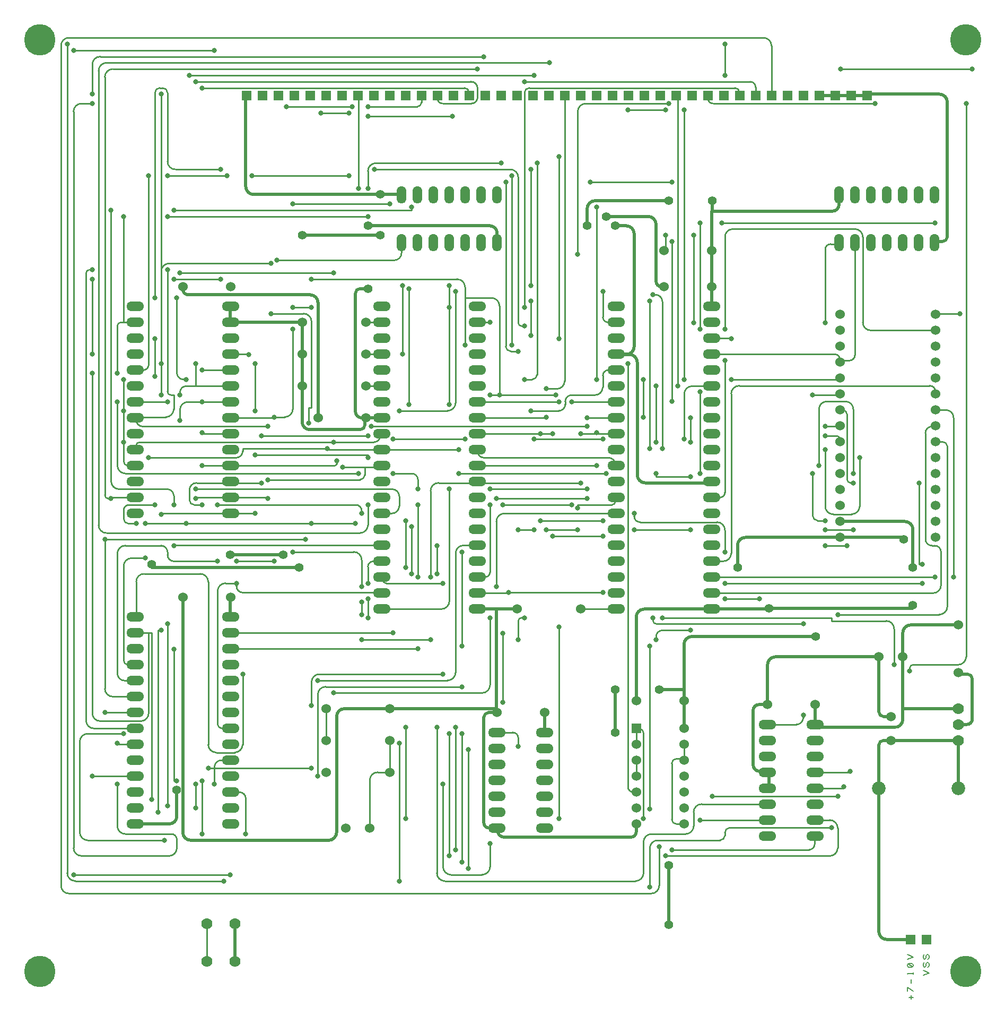
<source format=gbr>
G04 EasyPC Gerber Version 20.0.2 Build 4112 *
G04 #@! TF.Part,Single*
G04 #@! TF.FileFunction,Copper,L1,Top *
%FSLAX35Y35*%
%MOIN*%
G04 #@! TA.AperFunction,ComponentPad*
%ADD71R,0.06000X0.06000*%
%ADD20O,0.06000X0.11000*%
G04 #@! TD.AperFunction*
%ADD12C,0.00500*%
%ADD15C,0.01000*%
%ADD24C,0.02000*%
G04 #@! TA.AperFunction,ViaPad*
%ADD25C,0.03200*%
%ADD23C,0.05600*%
G04 #@! TA.AperFunction,ComponentPad*
%ADD70C,0.06000*%
%ADD21C,0.07000*%
%ADD22C,0.08600*%
G04 #@! TA.AperFunction,WasherPad*
%ADD18C,0.19685*%
G04 #@! TA.AperFunction,ComponentPad*
%ADD19O,0.11000X0.06000*%
X0Y0D02*
D02*
D12*
X575913Y10600D02*
Y13100D01*
X577163Y11850D02*
X574663D01*
X577163Y15600D02*
X573413Y18100D01*
Y15600*
X575913Y20600D02*
Y23100D01*
X577163Y26225D02*
Y27475D01*
Y26850D02*
X573413D01*
X574037Y26225*
X576850Y30913D02*
X577163Y31537D01*
Y32163*
X576850Y32787*
X576225Y33100*
X574350*
X573725Y32787*
X573413Y32163*
Y31537*
X573725Y30913*
X574350Y30600*
X576225*
X576850Y30913*
X573725Y32787*
X573413Y35600D02*
X577163Y37163D01*
X573413Y38725*
X583413Y25600D02*
X587163Y27163D01*
X583413Y28725*
X586225Y30600D02*
X586850Y30913D01*
X587163Y31537*
Y32787*
X586850Y33413*
X586225Y33725*
X585600Y33413*
X585287Y32787*
Y31537*
X584975Y30913*
X584350Y30600*
X583725Y30913*
X583413Y31537*
Y32787*
X583725Y33413*
X584350Y33725*
X586225Y35600D02*
X586850Y35913D01*
X587163Y36537*
Y37787*
X586850Y38413*
X586225Y38725*
X585600Y38413*
X585287Y37787*
Y36537*
X584975Y35913*
X584350Y35600*
X583725Y35913*
X583413Y36537*
Y37787*
X583725Y38413*
X584350Y38725*
D02*
D15*
X49419Y88750D02*
X147844D01*
X61230Y150600D02*
X88100D01*
X61230Y403710D02*
Y190206D01*
G75*
G03X66230Y185206I5000*
G01*
X91663*
G75*
G03X96663Y190206J5000*
G01*
Y240600*
X61230Y462765D02*
Y415600D01*
Y468671D02*
X59462D01*
G75*
G03X57293Y466502J-2169*
G01*
Y185600*
G75*
G03X62293Y180600I5000*
G01*
X88100*
X61230Y578907D02*
Y597529D01*
G75*
G02X66230Y602529I5000*
G01*
X307293*
X69104Y190600D02*
X88100D01*
X69104Y299380D02*
Y205600D01*
G75*
G03X74104Y200600I5000*
G01*
X88100*
X69104Y299380D02*
X195088D01*
X73041Y324970D02*
Y325600D01*
X88100*
X73041Y324970D02*
X71273D01*
G75*
G02X69104Y327139J2169*
G01*
Y589655*
G75*
G02X74104Y594655I5000*
G01*
X303356*
X76978Y145836D02*
Y119340D01*
G75*
G03X81978Y114340I5000*
G01*
X110874*
G75*
G02X114380Y110834J-3506*
G01*
Y105561*
G75*
G02X109380Y100561I-5000*
G01*
X54419*
G75*
G02X49419Y105561J5000*
G01*
Y568002*
G75*
G02X54419Y573002I5000*
G01*
X61230*
X76978Y171427D02*
Y170600D01*
X88100*
X80915Y360403D02*
Y348309D01*
G75*
G03X83624Y345600I2709*
G01*
X88100*
X80915Y380088D02*
Y399773D01*
Y380088D02*
Y360403D01*
Y435600D02*
X88100D01*
X80915D02*
Y502135D01*
Y435600D02*
X79147D01*
G75*
G03X76978Y433431J-2169*
G01*
Y403710*
X88100Y240600D02*
X96663D01*
X88789Y376151D02*
X88100Y375600D01*
X88789Y376151D02*
Y374383D01*
G75*
G03X92927Y370246I4138*
G01*
X171466*
X88789Y376151D02*
X107411D01*
G75*
G03X112411Y381151J5000*
G01*
Y389931*
X110643*
G75*
G02X108474Y392100J2169*
G01*
Y468671*
X94694Y287569D02*
X85915D01*
G75*
G03X80915Y282569J-5000*
G01*
Y223309*
G75*
G03X83624Y220600I2709*
G01*
X88100*
X96663Y527726D02*
Y408998D01*
G75*
G02X93265Y405600I-3398*
G01*
X88100*
X98631Y135994D02*
Y240600D01*
X96663*
X100600Y321033D02*
X84410D01*
G75*
G03X80915Y317538J-3495*
G01*
Y312275*
G75*
G03X83968Y309222I3053*
G01*
X88789*
X100600Y425364D02*
Y401742D01*
X104537Y242293D02*
X102569D01*
Y128120*
X104537Y315128D02*
Y315600D01*
X148100*
X104537Y389931D02*
Y578907D01*
Y409616D02*
Y467608D01*
G75*
G02X109537Y472608I5000*
G01*
X173435*
X106506Y110403D02*
X58356D01*
G75*
G02X53356Y115403J5000*
G01*
Y172332*
G75*
G02X58356Y177332I5000*
G01*
X80915*
X108474Y132057D02*
Y246230D01*
Y385600D02*
X88100D01*
X112411Y230482D02*
Y147805D01*
X114380*
X112411Y295443D02*
Y295600D01*
X243100*
X112411Y321033D02*
Y326838D01*
G75*
G03X108374Y330876I-4037*
G01*
X78041*
G75*
G02X73041Y335876J5000*
G01*
Y506072*
X112411D02*
X262017D01*
Y508041*
X114380Y450954D02*
Y403911D01*
G75*
G03X118517Y399773I4138*
G01*
X120285*
X116348Y466702D02*
X212805D01*
X120285Y309222D02*
X226584D01*
X122254Y590718D02*
X338789D01*
X126191Y130600D02*
Y145836D01*
Y324970D02*
Y325600D01*
X148100*
X126191Y330876D02*
X249708D01*
G75*
G02X254143Y326441J-4435*
G01*
Y320238*
G75*
G02X249506Y315600I-4638*
G01*
X243100*
X126191Y395600D02*
X148100D01*
X126191D02*
Y409616D01*
Y395600D02*
X120250D01*
G75*
G03X116348Y391698J-3902*
G01*
Y389931*
X126191Y586781D02*
X299252D01*
G75*
G02X303356Y582678J-4104*
G01*
Y576806*
G75*
G02X299551Y573002I-3805*
G01*
X281431*
G75*
G02X278100Y576332J3331*
G01*
Y578100*
X130128Y114340D02*
Y147805D01*
Y345600D02*
X148100D01*
X130128Y366309D02*
Y365600D01*
X148100*
X130128Y385600D02*
X148100D01*
X130128D02*
X121173D01*
G75*
G03X116348Y380775J-4825*
G01*
Y374183*
X130128Y405679D02*
Y405600D01*
X148100*
X130128Y582844D02*
X295124D01*
G75*
G02X298100Y579868J-2976*
G01*
Y578100*
X133100Y34478D02*
Y58100D01*
X134065Y155679D02*
X199025D01*
X138002Y145836D02*
Y156435D01*
G75*
G02X142167Y160600I4165*
G01*
X148100*
X138002Y606466D02*
X49419D01*
X139970Y285600D02*
X112511D01*
G75*
G02X108474Y289637J4037*
G01*
Y291405*
G75*
G03X104437Y295443I-4037*
G01*
X81978*
G75*
G03X76978Y290443J-5000*
G01*
Y215277*
G75*
G03X81655Y210600I4677*
G01*
X88100*
X139970Y321033D02*
X226856D01*
G75*
G02X230521Y317368J-3665*
G01*
Y315600*
X141939Y462765D02*
X112411D01*
X141939Y531663D02*
X113474D01*
G75*
G02X108474Y536663J5000*
G01*
Y579791*
G75*
G03X105421Y582844I-3053*
G01*
X103653*
G75*
G03X100600Y579791J-3053*
G01*
Y450954*
X143907Y84813D02*
X50482D01*
G75*
G02X45482Y89813J5000*
G01*
Y610403*
X145876Y527726D02*
X108474D01*
X147844Y334813D02*
X148100Y335600D01*
X147844Y334813D02*
X167529D01*
X147844D02*
X126733D01*
G75*
G03X122254Y330333J-4479*
G01*
Y324086*
G75*
G03X125307Y321033I3053*
G01*
X130128*
X151781Y271820D02*
X144970D01*
G75*
G03X139970Y266820J-5000*
G01*
Y183781*
G75*
G03X143151Y180600I3181*
G01*
X148100*
X151781Y271820D02*
Y270053D01*
G75*
G03X155919Y265915I4138*
G01*
X242332*
X243100Y265600*
X151781Y285600D02*
X175403D01*
X155718Y214734D02*
Y170521D01*
G75*
G02X150718Y165521I-5000*
G01*
X139065*
G75*
G02X134065Y170521J5000*
G01*
Y272726*
G75*
G03X129065Y277726I-5000*
G01*
X93789*
G75*
G03X88789Y272726J-5000*
G01*
Y250167*
X88100Y250600*
X157687Y114340D02*
Y136691D01*
G75*
G03X153777Y140600I-3909*
G01*
X148100*
X159655Y415521D02*
Y415600D01*
X148100*
X163592Y315600D02*
X148100D01*
X163592Y352529D02*
X234458D01*
Y350561*
X163592Y409616D02*
Y380088D01*
X171466Y324970D02*
Y325600D01*
X148100*
X173435Y441112D02*
X194025D01*
G75*
G02X199025Y436112J-5000*
G01*
Y382057*
X197057*
Y372214*
X175403Y376151D02*
Y375600D01*
X148100*
X177372Y474576D02*
X250972D01*
G75*
G03X255600Y479204J4628*
G01*
Y485600*
X183277Y571033D02*
X224616D01*
X187214Y291506D02*
X225521D01*
G75*
G02X230521Y286506J-5000*
G01*
Y269852*
X187214Y431269D02*
Y381151D01*
G75*
G02X182214Y376151I-5000*
G01*
X175403*
X187214Y445049D02*
X199025D01*
Y195049D02*
Y209734D01*
G75*
G02X204025Y214734I5000*
G01*
X281702*
X199025Y309222D02*
X94694D01*
X202962Y150600D02*
Y201860D01*
G75*
G02X207962Y206860I5000*
G01*
X293513*
X202962Y210797D02*
X284576D01*
G75*
G03X289576Y215797J5000*
G01*
Y290600*
G75*
G02X294576Y295600I5000*
G01*
X303100*
X204931Y567096D02*
X222647D01*
X208100Y193100D02*
Y173100D01*
X208868Y356466D02*
Y355600D01*
X243100*
X208868Y356466D02*
X155718D01*
Y354698*
G75*
G02X151580Y350561I-4138*
G01*
X96663*
X212805Y202923D02*
X306230D01*
G75*
G03X311230Y207923J5000*
G01*
Y250167*
X212805Y360403D02*
X90958D01*
G75*
G03X88789Y358234J-2169*
G01*
Y356466*
X88100Y355600*
X212805Y360403D02*
X238194D01*
G75*
G03X242332Y364541J4138*
G01*
Y366309*
X243100Y365600*
X214773Y348592D02*
Y346824D01*
G75*
G02X213549Y345600I-1224*
G01*
X148100*
X222647Y527726D02*
X161624D01*
X228553Y340718D02*
X81978D01*
G75*
G02X76978Y345718J5000*
G01*
Y385600*
X228553Y519852D02*
Y578100D01*
X228100*
X230521Y236387D02*
X273828D01*
X230521Y260009D02*
Y252135D01*
X232490Y344655D02*
X242332D01*
X243100Y345600*
X232490Y344655D02*
Y339834D01*
G75*
G02X229437Y336781I-3053*
G01*
X171466*
X232490Y344655D02*
X218710D01*
X233100Y395600D02*
X243100D01*
X233100Y415600D02*
X243100D01*
X233100Y435600D02*
X243100D01*
X234458Y250167D02*
Y261978D01*
Y271820D02*
Y282163D01*
G75*
G02X237895Y285600I3437*
G01*
X243100*
X234458Y364340D02*
X167529D01*
X234458Y502135D02*
X108474D01*
X234458Y565128D02*
X287608D01*
X234458Y571033D02*
X265450D01*
G75*
G03X268100Y573683J2650*
G01*
Y578100*
X238395Y531663D02*
X323946D01*
G75*
G02X328946Y526663J-5000*
G01*
Y435407*
G75*
G03X331116Y433238I2169*
G01*
X332883*
X248100Y153100D02*
X240600D01*
G75*
G03X235600Y148100J-5000*
G01*
Y118100*
X248100Y153100D02*
Y173100D01*
X248238Y510009D02*
X187214D01*
X250206Y240600D02*
X148100D01*
X250206Y340718D02*
X261917D01*
G75*
G02X265954Y336681J-4037*
G01*
Y330876*
X250206Y362372D02*
X295482D01*
X254143Y171427D02*
Y84813D01*
Y380088D02*
X284576D01*
G75*
G03X289576Y385088J5000*
G01*
Y454891*
X256112Y415600D02*
Y458828D01*
X258080Y181269D02*
Y124183D01*
Y311191D02*
Y281663D01*
X260049Y384025D02*
Y456860D01*
X262017Y307254D02*
Y277726D01*
X265954Y230600D02*
X148100D01*
X265954Y321033D02*
Y275757D01*
X277765Y181269D02*
Y89813D01*
G75*
G03X282765Y84813I5000*
G01*
X402687*
G75*
G03X407687Y89813J5000*
G01*
Y109340*
G75*
G02X412687Y114340I5000*
G01*
X434183*
G75*
G03X439183Y119340J5000*
G01*
Y128100*
G75*
G02X444183Y133100I5000*
G01*
X485600*
X277765Y277726D02*
Y295443D01*
X281702Y145836D02*
Y93750D01*
G75*
G03X286702Y88750I5000*
G01*
X306230*
G75*
G03X311230Y93750J5000*
G01*
Y108435*
X281702Y271820D02*
X245880D01*
G75*
G02X243868Y273832J2012*
G01*
Y275600*
X243100*
X285639Y177332D02*
Y100561D01*
Y330876D02*
Y260600D01*
G75*
G02X280639Y255600I-5000*
G01*
X243100*
X285639Y384025D02*
Y445049D01*
Y458828D02*
Y445049D01*
X289576Y181269D02*
Y104498D01*
X291545Y340718D02*
X384065D01*
X291545Y355600D02*
X243100D01*
X293513Y177332D02*
Y96624D01*
Y232450D02*
Y291506D01*
X295482Y450954D02*
Y421427D01*
Y450954D02*
Y457765D01*
G75*
G03X290482Y462765I-5000*
G01*
X199025*
X295482Y450954D02*
X312135D01*
G75*
G02X317135Y445954J-5000*
G01*
Y389931*
X297450Y92687D02*
Y167490D01*
X303356Y334813D02*
X303100Y335600D01*
X303356Y334813D02*
X278828D01*
G75*
G03X273828Y329813J-5000*
G01*
Y275757*
X303356Y334813D02*
X368317D01*
X311230Y321033D02*
Y278781D01*
G75*
G02X308049Y275600I-3181*
G01*
X303100*
X311230Y330876D02*
X372254D01*
X311230Y435600D02*
X303100D01*
X315167Y269852D02*
Y310600D01*
G75*
G02X320167Y315600I5000*
G01*
X390600*
X318100Y535600D02*
X239458D01*
G75*
G03X234458Y530600J-5000*
G01*
Y519852*
X319104Y240324D02*
Y197017D01*
X321072Y523789D02*
Y420543D01*
G75*
G03X324126Y417490I3053*
G01*
X328946*
X323041Y265915D02*
Y265600D01*
X303100*
X325009Y421427D02*
Y527726D01*
X328946Y169458D02*
Y174663D01*
G75*
G03X325509Y178100I-3437*
G01*
X315600*
X328946Y236387D02*
Y247998D01*
G75*
G02X331116Y250167I2169*
G01*
X332883*
X328946Y305285D02*
X338789D01*
X332883Y399773D02*
X337704D01*
G75*
G03X340757Y402826J3053*
G01*
Y535600*
X332883Y445049D02*
Y579794D01*
G75*
G02X335934Y582844I3050*
G01*
X465124*
G75*
G02X468100Y579868J-2976*
G01*
Y578100*
X332883Y586781D02*
X474643D01*
G75*
G02X478100Y583324J-3457*
G01*
Y578100*
X336820Y380088D02*
X354437D01*
G75*
G03X358474Y384126J4037*
G01*
Y385893*
G75*
G02X362511Y389931I4037*
G01*
X377096*
G75*
G03X382096Y394931J5000*
G01*
Y402232*
G75*
G02X385464Y405600I3368*
G01*
X390600*
X336820Y427332D02*
Y448986D01*
Y531663D02*
Y458828D01*
X338789Y362372D02*
X382096D01*
X342726Y311191D02*
X382096D01*
X342726Y365600D02*
X303100D01*
X342726D02*
X350600D01*
X346663Y376151D02*
Y375600D01*
X303100*
X346663Y393868D02*
X353265D01*
G75*
G03X358100Y398702J4835*
G01*
Y578100*
X348631Y598592D02*
X70167D01*
G75*
G03X65167Y593592J-5000*
G01*
Y308317*
G75*
G03X70167Y303317I5000*
G01*
X229458*
G75*
G03X234458Y308317J5000*
G01*
Y321033*
X350600Y301348D02*
X382096D01*
X352569Y389931D02*
X311230D01*
X354537Y124183D02*
Y244261D01*
Y385600D02*
X303100D01*
X354537Y539537D02*
Y425364D01*
X362411Y321033D02*
X319104D01*
X362411Y385600D02*
X390600D01*
X366348Y305285D02*
X346663D01*
X366348Y319065D02*
Y321033D01*
X387801*
G75*
G03X389970Y323202J2169*
G01*
Y324970*
X390600Y325600*
X366348Y478513D02*
Y568002D01*
G75*
G02X371348Y573002I5000*
G01*
X423435*
X368100Y255600D02*
X390600D01*
X368317Y365600D02*
X378159D01*
X372254Y324970D02*
X315167D01*
X372254Y370246D02*
X236427D01*
X372254Y375600D02*
X390600D01*
X374222Y523789D02*
X425403D01*
X378159Y345600D02*
X303100D01*
X378159Y366309D02*
Y365600D01*
Y508041D02*
Y399773D01*
X382096Y265915D02*
X323041D01*
X382096Y454891D02*
Y438968D01*
G75*
G03X385464Y435600I3368*
G01*
X390600*
Y345600D02*
X389970Y344655D01*
Y346423*
G75*
G03X385832Y350561I-4138*
G01*
X307494*
G75*
G02X303356Y354698J4138*
G01*
Y356466*
X303100Y355600*
X390600Y365600D02*
X378159D01*
X397844Y409616D02*
Y144088D01*
G75*
G03X401332Y140600I3488*
G01*
X403100*
X401781Y315600D02*
Y313832D01*
G75*
G03X405446Y310167I3665*
G01*
X453868*
G75*
G02X458868Y305167J-5000*
G01*
Y291506*
X403100Y150600D02*
Y160600D01*
Y180600D02*
Y170600D01*
X407687Y124183D02*
Y177781D01*
G75*
G03X404868Y180600I-2819*
G01*
X403100*
X407687Y399773D02*
Y376151D01*
X411624Y130088D02*
Y232450D01*
Y356466D02*
Y448986D01*
X413592Y250167D02*
Y248399D01*
G75*
G03X415761Y246230I2169*
G01*
X508080*
X415561Y340718D02*
Y338750D01*
X437214*
X415561Y360403D02*
Y395600D01*
X417529Y106466D02*
Y81939D01*
G75*
G02X412529Y76939I-5000*
G01*
X46545*
G75*
G02X41545Y81939J5000*
G01*
Y609340*
G75*
G02X46545Y614340I5000*
G01*
X483100*
G75*
G02X488100Y609340J-5000*
G01*
Y578100*
X419498Y250167D02*
X525797D01*
Y248198*
X560167*
G75*
G02X565167Y243198J-5000*
G01*
Y220639*
X419498Y356466D02*
Y448785D01*
G75*
G03X415360Y452923I-4138*
G01*
X413592*
X421466Y100561D02*
X524734D01*
G75*
G03X529734Y105561J5000*
G01*
Y118100*
G75*
G03X524734Y123100I-5000*
G01*
X515600*
X421466Y490324D02*
Y480600D01*
X420600*
X421466Y569065D02*
X397844D01*
X425403Y104498D02*
X511828D01*
G75*
G03X515246Y107915J3417*
G01*
Y113100*
X515600*
X425403Y385994D02*
Y486387D01*
X429340Y395836D02*
Y578100D01*
X428100*
X433100Y161584D02*
Y160600D01*
Y161584D02*
X428368D01*
G75*
G03X425403Y158620J-2965*
G01*
Y123565*
G75*
G03X428368Y120600I2965*
G01*
X433100*
Y161584D02*
Y170600D01*
X433277Y362372D02*
Y390600D01*
G75*
G02X438277Y395600I5000*
G01*
X450600*
X433277Y399773D02*
Y569065D01*
X437214Y242293D02*
X419698D01*
G75*
G03X415561Y238155J-4138*
G01*
Y236387*
X437214Y305285D02*
X401781D01*
X437214Y375600D02*
Y360403D01*
X439183Y490324D02*
Y435206D01*
X443120Y123100D02*
X485600D01*
X443120Y340718D02*
Y391899D01*
Y431269D02*
Y498198D01*
X450600Y285600D02*
X457805D01*
G75*
G03X462805Y290600J5000*
G01*
Y390836*
G75*
G02X467805Y395836I5000*
G01*
X587631*
G75*
G02X591100Y392368J-3469*
G01*
Y390600*
X456899Y498198D02*
X590757D01*
X458868Y261978D02*
X480521D01*
X458868Y411584D02*
Y328850D01*
G75*
G02X455618Y325600I-3250*
G01*
X450600*
X458868Y431269D02*
Y489261D01*
G75*
G02X463868Y494261I5000*
G01*
X540482*
G75*
G02X545482Y489261J-5000*
G01*
Y435600*
G75*
G03X550482Y430600I5000*
G01*
X591100*
X458868Y610403D02*
Y590718D01*
X462805Y399773D02*
X531100D01*
Y400600*
X462805Y425364D02*
Y425600D01*
X450600*
X508080Y189143D02*
Y187376D01*
G75*
G02X503805Y183100I-4276*
G01*
X485600*
X513986Y389931D02*
X531100D01*
Y390600*
X517923Y345600D02*
Y380994D01*
G75*
G02X522923Y385994I5000*
G01*
X534576*
G75*
G02X539576Y380994J-5000*
G01*
Y340718*
X521860Y295443D02*
X535639D01*
X521860Y311191D02*
X517039D01*
G75*
G02X513986Y314244J3053*
G01*
Y340718*
X521860Y364340D02*
X529128D01*
G75*
G02X531100Y362368J-1972*
G01*
Y360600*
X521860Y370246D02*
X531100D01*
Y370600*
X521860Y435206D02*
Y481326D01*
G75*
G02X525346Y484813I3486*
G01*
X530600*
Y485600*
X525797Y118277D02*
X461921D01*
G75*
G03X458868Y115224J-3053*
G01*
Y113456*
G75*
G02X455815Y110403I-3053*
G01*
X416624*
G75*
G03X411624Y105403J-5000*
G01*
Y80876*
X529734Y137962D02*
X450994D01*
X529734Y252135D02*
X593631D01*
G75*
G03X598631Y257135J5000*
G01*
Y357718*
G75*
G03X595750Y360600I-2882*
G01*
X591100*
X531100Y410600D02*
Y412368D01*
G75*
G03X527868Y415600I-3232*
G01*
X450600*
X531100Y410600D02*
X531702Y411584D01*
X537035*
G75*
G03X540600Y415149J3565*
G01*
Y485600*
X531702Y594655D02*
X614380D01*
X533671Y143868D02*
Y143100D01*
X515600*
X537608Y153710D02*
Y153100D01*
X515600*
X539576Y305285D02*
X521860D01*
X539576Y334813D02*
X537809D01*
G75*
G02X535639Y336982J2169*
G01*
Y377828*
G75*
G03X532868Y380600I-2772*
G01*
X531100*
X543513Y350561D02*
Y320128D01*
G75*
G02X538513Y315128I-5000*
G01*
X526860*
G75*
G02X521860Y320128J5000*
G01*
Y355600*
X553356Y573002D02*
X451431D01*
G75*
G02X448100Y576332J3331*
G01*
Y578100*
X575009Y216702D02*
Y218470D01*
G75*
G02X577179Y220639I2169*
G01*
X605443*
G75*
G03X610443Y225639J5000*
G01*
Y573002*
X580915Y334813D02*
Y283631D01*
X582883*
Y271820D02*
X458868D01*
X590757Y275757D02*
Y275600D01*
X450600*
X591100Y370600D02*
X590757Y370246D01*
X588990*
G75*
G03X584852Y366108J-4138*
G01*
Y299480*
G75*
G03X588889Y295443I4037*
G01*
X590657*
G75*
G02X594694Y291405J-4037*
G01*
Y270600*
G75*
G02X589694Y265600I-5000*
G01*
X450600*
X602569Y275757D02*
Y375750D01*
G75*
G03X597718Y380600I-4850*
G01*
X591100*
X606506Y441112D02*
X591100D01*
Y440600*
D02*
D18*
X28100Y28100D03*
Y613100D03*
X610049Y28100D03*
Y613100D03*
D02*
D19*
X88100Y120600D03*
Y130600D03*
Y140600D03*
Y150600D03*
Y160600D03*
Y170600D03*
Y180600D03*
Y190600D03*
Y200600D03*
Y210600D03*
Y220600D03*
Y230600D03*
Y240600D03*
Y250600D03*
Y315600D03*
Y325600D03*
Y335600D03*
Y345600D03*
Y355600D03*
Y365600D03*
Y375600D03*
Y385600D03*
Y395600D03*
Y405600D03*
Y415600D03*
Y425600D03*
Y435600D03*
Y445600D03*
X148100Y120600D03*
Y130600D03*
Y140600D03*
Y150600D03*
Y160600D03*
Y170600D03*
Y180600D03*
Y190600D03*
Y200600D03*
Y210600D03*
Y220600D03*
Y230600D03*
Y240600D03*
Y250600D03*
Y315600D03*
Y325600D03*
Y335600D03*
Y345600D03*
Y355600D03*
Y365600D03*
Y375600D03*
Y385600D03*
Y395600D03*
Y405600D03*
Y415600D03*
Y425600D03*
Y435600D03*
Y445600D03*
X243100Y255600D03*
Y265600D03*
Y275600D03*
Y285600D03*
Y295600D03*
Y305600D03*
Y315600D03*
Y325600D03*
Y335600D03*
Y345600D03*
Y355600D03*
Y365600D03*
Y375600D03*
Y385600D03*
Y395600D03*
Y405600D03*
Y415600D03*
Y425600D03*
Y435600D03*
Y445600D03*
X303100Y255600D03*
Y265600D03*
Y275600D03*
Y285600D03*
Y295600D03*
Y305600D03*
Y315600D03*
Y325600D03*
Y335600D03*
Y345600D03*
Y355600D03*
Y365600D03*
Y375600D03*
Y385600D03*
Y395600D03*
Y405600D03*
Y415600D03*
Y425600D03*
Y435600D03*
Y445600D03*
X315600Y118100D03*
Y128100D03*
Y138100D03*
Y148100D03*
Y158100D03*
Y168100D03*
Y178100D03*
X345600Y118100D03*
Y128100D03*
Y138100D03*
Y148100D03*
Y158100D03*
Y168100D03*
Y178100D03*
X390600Y255600D03*
Y265600D03*
Y275600D03*
Y285600D03*
Y295600D03*
Y305600D03*
Y315600D03*
Y325600D03*
Y335600D03*
Y345600D03*
Y355600D03*
Y365600D03*
Y375600D03*
Y385600D03*
Y395600D03*
Y405600D03*
Y415600D03*
Y425600D03*
Y435600D03*
Y445600D03*
X450600Y255600D03*
Y265600D03*
Y275600D03*
Y285600D03*
Y295600D03*
Y305600D03*
Y315600D03*
Y325600D03*
Y335600D03*
Y345600D03*
Y355600D03*
Y365600D03*
Y375600D03*
Y385600D03*
Y395600D03*
Y405600D03*
Y415600D03*
Y425600D03*
Y435600D03*
Y445600D03*
X485600Y113100D03*
Y123100D03*
Y133100D03*
Y143100D03*
Y153100D03*
Y163100D03*
Y173100D03*
Y183100D03*
X515600Y113100D03*
Y123100D03*
Y133100D03*
Y143100D03*
Y153100D03*
Y163100D03*
Y173100D03*
Y183100D03*
D02*
D70*
X118100Y263100D03*
Y458100D03*
X148100Y263100D03*
Y458100D03*
X193100Y395600D03*
Y415600D03*
Y435600D03*
X203100Y375600D03*
X208100Y153100D03*
Y173100D03*
Y193100D03*
X220600Y118100D03*
X233100Y375600D03*
Y395600D03*
Y415600D03*
Y435600D03*
X235600Y118100D03*
X248100Y153100D03*
Y173100D03*
Y193100D03*
X315600Y190600D03*
X328100Y255600D03*
X345600Y190600D03*
X368100Y255600D03*
X403100Y120600D03*
Y130600D03*
Y140600D03*
Y150600D03*
Y160600D03*
Y170600D03*
Y198100D03*
X420600Y458100D03*
Y480600D03*
X433100Y120600D03*
Y130600D03*
Y140600D03*
Y150600D03*
Y160600D03*
Y170600D03*
Y180600D03*
Y198100D03*
X450600Y458100D03*
Y480600D03*
X485600Y195600D03*
X515600D03*
X531100Y300600D03*
Y310600D03*
Y320600D03*
Y330600D03*
Y340600D03*
Y350600D03*
Y360600D03*
Y370600D03*
Y380600D03*
Y390600D03*
Y400600D03*
Y410600D03*
Y420600D03*
Y430600D03*
Y440600D03*
X555600Y225600D03*
X563100Y173100D03*
Y188100D03*
X570600Y225600D03*
X591100Y300600D03*
Y310600D03*
Y320600D03*
Y330600D03*
Y340600D03*
Y350600D03*
Y360600D03*
Y370600D03*
Y380600D03*
Y390600D03*
Y400600D03*
Y410600D03*
Y420600D03*
Y430600D03*
Y440600D03*
X605600Y215600D03*
Y245600D03*
D02*
D71*
X158100Y578100D03*
X168100D03*
X178100D03*
X188100D03*
X198100D03*
X208100D03*
X218100D03*
X228100D03*
X238100D03*
X248100D03*
X258100D03*
X268100D03*
X278100D03*
X288100D03*
X298100D03*
X308100D03*
X318100D03*
X328100D03*
X338100D03*
X348100D03*
X358100D03*
X368100D03*
X378100D03*
X388100D03*
X398100D03*
X403100Y180600D03*
X408100Y578100D03*
X418100D03*
X428100D03*
X438100D03*
X448100D03*
X458100D03*
X468100D03*
X478100D03*
X488100D03*
X498100D03*
X508100D03*
X518100D03*
X528100D03*
X538100D03*
X548100D03*
X575600Y48100D03*
X585600D03*
D02*
D20*
X255600Y485600D03*
Y515600D03*
X265600Y485600D03*
Y515600D03*
X275600Y485600D03*
Y515600D03*
X285600Y485600D03*
Y515600D03*
X295600Y485600D03*
Y515600D03*
X305600Y485600D03*
Y515600D03*
X315600Y485600D03*
Y515600D03*
X530600Y485600D03*
Y515600D03*
X540600Y485600D03*
Y515600D03*
X550600Y485600D03*
Y515600D03*
X560600Y485600D03*
Y515600D03*
X570600Y485600D03*
Y515600D03*
X580600Y485600D03*
Y515600D03*
X590600Y485600D03*
Y515600D03*
D02*
D21*
X133100Y34478D03*
Y58100D03*
X150817Y34478D03*
Y58100D03*
X605600Y173100D03*
Y183100D03*
Y193100D03*
D02*
D22*
X555600Y143100D03*
X605600D03*
D02*
D23*
X98631Y283631D03*
X114380Y141899D03*
X147844Y289537D03*
X181309D03*
X191151Y281663D03*
X193120Y490324D03*
X234458Y456860D03*
Y496230D03*
X242332Y490324D03*
Y515915D03*
X372254Y496230D03*
X384065Y502135D03*
X389970Y178100D03*
Y204891D03*
Y496230D03*
X417529Y204891D03*
X423435Y57254D03*
Y94655D03*
Y511978D03*
X450994D03*
X466742Y281663D03*
X486427Y256072D03*
X515954Y238356D03*
X571072Y299380D03*
X576978Y258041D03*
Y281663D03*
D02*
D24*
X98631Y283631D02*
Y281663D01*
X191151*
X114380Y141899D02*
Y125600D01*
G75*
G02X109380Y120600I-5000*
G01*
X88100*
X118100Y458100D02*
Y456332D01*
G75*
G03X121509Y452923I3409*
G01*
X198100*
G75*
G02X203100Y447923J-5000*
G01*
Y375600*
X148100Y250600D02*
X147844Y250167D01*
Y263946*
X148100Y263100*
Y435600D02*
X147844Y435206D01*
Y445049*
X148100Y445600*
X150817Y34478D02*
Y58100D01*
X181309Y289537D02*
X147844D01*
X193100Y395600D02*
Y415600D01*
Y435600*
X148100*
X232490Y375600D02*
X233100D01*
X232490D02*
X230722D01*
G75*
G02X226584Y379738J4138*
G01*
Y453807*
G75*
G02X229637Y456860I3053*
G01*
X234458*
X232490Y375600D02*
Y371055D01*
G75*
G02X229712Y368277I-2778*
G01*
X197883*
G75*
G02X193100Y373061J4783*
G01*
Y395600*
X233100Y375600D02*
X243100D01*
X234458Y496230D02*
X311169D01*
G75*
G02X315600Y491799J-4431*
G01*
Y485600*
X242332Y490324D02*
X193120D01*
X242332Y515915D02*
X162687D01*
G75*
G02X157687Y520915J5000*
G01*
Y578907*
X158100Y578100*
X242332Y515915D02*
X255600D01*
Y515600*
X248100Y193100D02*
X248238Y193080D01*
X219773*
G75*
G03X214773Y188080J-5000*
G01*
Y115403*
G75*
G02X209773Y110403I-5000*
G01*
X123100*
G75*
G02X118100Y115403J5000*
G01*
Y263100*
X315167Y190600D02*
X310346D01*
G75*
G03X307293Y187547J-3053*
G01*
Y121370*
G75*
G03X310563Y118100I3270*
G01*
X315600*
X315167Y193100D02*
Y190600D01*
Y193100D02*
X248100D01*
X315167D02*
Y255600D01*
X303100*
X315167D02*
X328100D01*
X315600Y118100D02*
X316033D01*
Y116332*
G75*
G03X319994Y112372I3961*
G01*
X399870*
G75*
G03X403100Y115602J3230*
G01*
Y120600*
X315600Y190600D02*
X315167D01*
X345600D02*
Y178100D01*
X372254Y496230D02*
Y506978D01*
G75*
G02X377254Y511978I5000*
G01*
X423435*
X384065Y502135D02*
X410561D01*
G75*
G02X415561Y497135J-5000*
G01*
Y461372*
G75*
G03X418832Y458100I3272*
G01*
X420600*
X389970Y178100D02*
Y204891D01*
Y496230D02*
X396781D01*
G75*
G02X401781Y491230J-5000*
G01*
Y420307*
G75*
G02X397074Y415600I-4707*
G01*
X390600*
X389970Y415521*
X398750*
G75*
G02X403750Y410521J-5000*
G01*
Y339813*
G75*
G03X408750Y334813I5000*
G01*
X450994*
X450600Y335600*
X423435Y57254D02*
Y94655D01*
X433100Y198100D02*
Y180600D01*
Y204891D02*
Y198100D01*
Y204891D02*
Y233356D01*
G75*
G02X438100Y238356I5000*
G01*
X515954*
X433100Y204891D02*
X417529D01*
X450600Y255600D02*
X408100D01*
G75*
G03X403100Y250600J-5000*
G01*
Y198100*
X450600Y458100D02*
Y480600D01*
Y458100D02*
Y445600D01*
X450994Y505443D02*
X450600D01*
Y480600*
X450994Y505443D02*
Y511978D01*
Y505443D02*
X526405D01*
G75*
G03X530600Y509637J4195*
G01*
Y515600*
X466742Y281663D02*
Y295600D01*
G75*
G02X471742Y300600I5000*
G01*
X531100*
X486427Y153710D02*
X485600Y153100D01*
X486427Y153710D02*
X480622D01*
G75*
G02X476584Y157748J4037*
G01*
Y191976*
G75*
G02X480208Y195600I3624*
G01*
X485600*
X486427Y153710D02*
Y143100D01*
X485600*
X486427Y256072D02*
Y255600D01*
X450600*
X515600Y183100D02*
Y181269D01*
X565600*
G75*
G03X570600Y186269J5000*
G01*
Y193100*
X515600Y183100D02*
Y195600D01*
X528100Y578100D02*
X518100D01*
X538100D02*
X528100D01*
X548100D02*
X547450Y578907D01*
X593631*
G75*
G02X598631Y573907J-5000*
G01*
Y489441*
G75*
G02X595578Y486387I-3053*
G01*
X590757*
X590600Y485600*
X548100Y578100D02*
X538100D01*
X555600Y143100D02*
Y53100D01*
G75*
G03X560600Y48100I5000*
G01*
X575600*
X555600Y143100D02*
Y170234D01*
G75*
G02X558466Y173100I2866*
G01*
X563100*
X555600Y225600D02*
Y190966D01*
G75*
G03X558466Y188100I2866*
G01*
X563100*
X555600Y225600D02*
X490600D01*
G75*
G03X485600Y220600J-5000*
G01*
Y195600*
X563100Y173100D02*
X605600D01*
X570600Y193100D02*
Y225600D01*
Y193100D02*
X605600D01*
X570600Y225600D02*
Y240600D01*
G75*
G02X575600Y245600I5000*
G01*
X605600*
X571072Y299380D02*
Y300600D01*
X531100*
X576978Y258041D02*
Y256072D01*
X486427*
X576978Y281663D02*
Y305600D01*
G75*
G03X571978Y310600I-5000*
G01*
X531100*
X605600Y173100D02*
Y143100D01*
Y215600D02*
X606506Y214734D01*
X611326*
G75*
G02X614380Y211681J-3053*
G01*
Y186606*
G75*
G02X610874Y183100I-3506*
G01*
X605600*
D02*
D25*
X45482Y610403D03*
X49419Y88750D03*
Y606466D03*
X61230Y150600D03*
Y403710D03*
Y415600D03*
Y462765D03*
Y468671D03*
Y573002D03*
Y578907D03*
X69104Y190600D03*
Y299380D03*
X73041Y324970D03*
Y506072D03*
X76978Y145836D03*
Y171427D03*
Y385600D03*
Y403710D03*
X80915Y177332D03*
Y360403D03*
Y380088D03*
Y399773D03*
Y502135D03*
X88789Y309222D03*
X94694Y287569D03*
Y309222D03*
X96663Y350561D03*
Y527726D03*
X98631Y135994D03*
X100600Y321033D03*
Y401742D03*
Y425364D03*
Y450954D03*
X102569Y128120D03*
X104537Y242293D03*
Y315128D03*
Y389931D03*
Y409616D03*
Y578907D03*
X106506Y110403D03*
X108474Y132057D03*
Y246230D03*
Y385600D03*
Y468671D03*
Y502135D03*
Y527726D03*
X112411Y230482D03*
Y295443D03*
Y321033D03*
Y462765D03*
Y506072D03*
X114380Y147805D03*
Y450954D03*
X116348Y374183D03*
Y389931D03*
Y466702D03*
X120285Y309222D03*
Y399773D03*
X122254Y590718D03*
X126191Y130600D03*
Y145836D03*
Y324970D03*
Y330876D03*
Y409616D03*
Y586781D03*
X130128Y114340D03*
Y147805D03*
Y321033D03*
Y345600D03*
Y366309D03*
Y385600D03*
Y405679D03*
Y582844D03*
X134065Y155679D03*
X138002Y145836D03*
Y606466D03*
X139970Y285600D03*
Y321033D03*
X141939Y462765D03*
Y531663D03*
X143907Y84813D03*
X145876Y527726D03*
X147844Y88750D03*
X151781Y271820D03*
Y285600D03*
X155718Y214734D03*
X157687Y114340D03*
X159655Y415521D03*
X161624Y527726D03*
X163592Y315600D03*
Y352529D03*
Y380088D03*
Y409616D03*
X167529Y334813D03*
Y364340D03*
X171466Y324970D03*
Y336781D03*
Y370246D03*
X173435Y441112D03*
Y472608D03*
X175403Y285600D03*
Y376151D03*
X177372Y474576D03*
X183277Y571033D03*
X187214Y291506D03*
Y431269D03*
Y445049D03*
Y510009D03*
X195088Y299380D03*
X197057Y372214D03*
X199025Y155679D03*
Y195049D03*
Y309222D03*
Y445049D03*
Y462765D03*
X202962Y150600D03*
Y210797D03*
X204931Y567096D03*
X208868Y356466D03*
X212805Y202923D03*
Y360403D03*
Y466702D03*
X214773Y348592D03*
X218710Y344655D03*
X222647Y527726D03*
Y567096D03*
X224616Y571033D03*
X226584Y309222D03*
X228553Y340718D03*
Y519852D03*
X230521Y236387D03*
Y252135D03*
Y260009D03*
Y269852D03*
Y315600D03*
X234458Y250167D03*
Y261978D03*
Y271820D03*
Y321033D03*
Y350561D03*
Y364340D03*
Y502135D03*
Y519852D03*
Y565128D03*
Y571033D03*
X236427Y370246D03*
X238395Y531663D03*
X248238Y510009D03*
X250206Y240600D03*
Y340718D03*
Y362372D03*
X254143Y84813D03*
Y171427D03*
Y380088D03*
X256112Y415600D03*
Y458828D03*
X258080Y124183D03*
Y181269D03*
Y281663D03*
Y311191D03*
X260049Y384025D03*
Y456860D03*
X262017Y277726D03*
Y307254D03*
Y508041D03*
X265954Y230600D03*
Y275757D03*
Y321033D03*
Y330876D03*
X273828Y236387D03*
Y275757D03*
X277765Y181269D03*
Y277726D03*
Y295443D03*
X281702Y145836D03*
Y214734D03*
Y271820D03*
X285639Y100561D03*
Y177332D03*
Y330876D03*
Y384025D03*
Y445049D03*
Y458828D03*
X287608Y565128D03*
X289576Y104498D03*
Y181269D03*
Y454891D03*
X291545Y340718D03*
Y355600D03*
X293513Y96624D03*
Y177332D03*
Y206860D03*
Y232450D03*
Y291506D03*
X295482Y362372D03*
Y421427D03*
X297450Y92687D03*
Y167490D03*
X303356Y594655D03*
X307293Y602529D03*
X311230Y108435D03*
Y250167D03*
Y321033D03*
Y330876D03*
Y389931D03*
Y435600D03*
X315167Y269852D03*
Y324970D03*
X317135Y389931D03*
X318100Y535600D03*
X319104Y197017D03*
Y240324D03*
Y321033D03*
X321072Y523789D03*
X323041Y265915D03*
X325009Y421427D03*
Y527726D03*
X328946Y169458D03*
Y236387D03*
Y305285D03*
Y417490D03*
X332883Y250167D03*
Y399773D03*
Y433238D03*
Y445049D03*
Y586781D03*
X336820Y380088D03*
Y427332D03*
Y448986D03*
Y458828D03*
Y531663D03*
X338789Y305285D03*
Y362372D03*
Y590718D03*
X340757Y535600D03*
X342726Y311191D03*
Y365600D03*
X346663Y305285D03*
Y376151D03*
Y393868D03*
X348631Y598592D03*
X350600Y301348D03*
Y365600D03*
X352569Y389931D03*
X354537Y124183D03*
Y244261D03*
Y385600D03*
Y425364D03*
Y539537D03*
X362411Y321033D03*
Y385600D03*
X366348Y305285D03*
Y319065D03*
Y478513D03*
X368317Y334813D03*
Y365600D03*
X372254Y324970D03*
Y330876D03*
Y370246D03*
Y375600D03*
X374222Y523789D03*
X378159Y345600D03*
Y366309D03*
Y399773D03*
Y508041D03*
X382096Y265915D03*
Y301348D03*
Y311191D03*
Y362372D03*
Y454891D03*
X384065Y340718D03*
X397844Y409616D03*
Y569065D03*
X401781Y305285D03*
Y315600D03*
X407687Y124183D03*
Y376151D03*
Y399773D03*
X411624Y80876D03*
Y130088D03*
Y232450D03*
Y356466D03*
Y448986D03*
X413592Y250167D03*
Y452923D03*
X415561Y236387D03*
Y340718D03*
Y360403D03*
Y395600D03*
X417529Y106466D03*
X419498Y250167D03*
Y356466D03*
X421466Y100561D03*
Y490324D03*
Y569065D03*
X423435Y573002D03*
X425403Y104498D03*
Y385994D03*
Y486387D03*
Y523789D03*
X429340Y395836D03*
X433277Y362372D03*
Y399773D03*
Y569065D03*
X437214Y242293D03*
Y305285D03*
Y338750D03*
Y360403D03*
Y375600D03*
X439183Y435206D03*
Y490324D03*
X443120Y123100D03*
Y340718D03*
Y391899D03*
Y431269D03*
Y498198D03*
X450994Y137962D03*
X456899Y498198D03*
X458868Y261978D03*
Y271820D03*
Y291506D03*
Y411584D03*
Y431269D03*
Y590718D03*
Y610403D03*
X462805Y399773D03*
Y425364D03*
X480521Y261978D03*
X508080Y189143D03*
Y246230D03*
X513986Y340718D03*
Y389931D03*
X517923Y345600D03*
X521860Y295443D03*
Y305285D03*
Y311191D03*
Y355600D03*
Y364340D03*
Y370246D03*
Y435206D03*
X525797Y118277D03*
X529734Y137962D03*
Y252135D03*
X531702Y594655D03*
X533671Y143868D03*
X535639Y295443D03*
X537608Y153710D03*
X539576Y305285D03*
Y334813D03*
Y340718D03*
X543513Y350561D03*
X553356Y573002D03*
X565167Y220639D03*
X575009Y216702D03*
X580915Y334813D03*
X582883Y271820D03*
Y283631D03*
X590757Y275757D03*
Y498198D03*
X602569Y275757D03*
X606506Y441112D03*
X610443Y573002D03*
X614380Y594655D03*
X0Y0D02*
M02*

</source>
